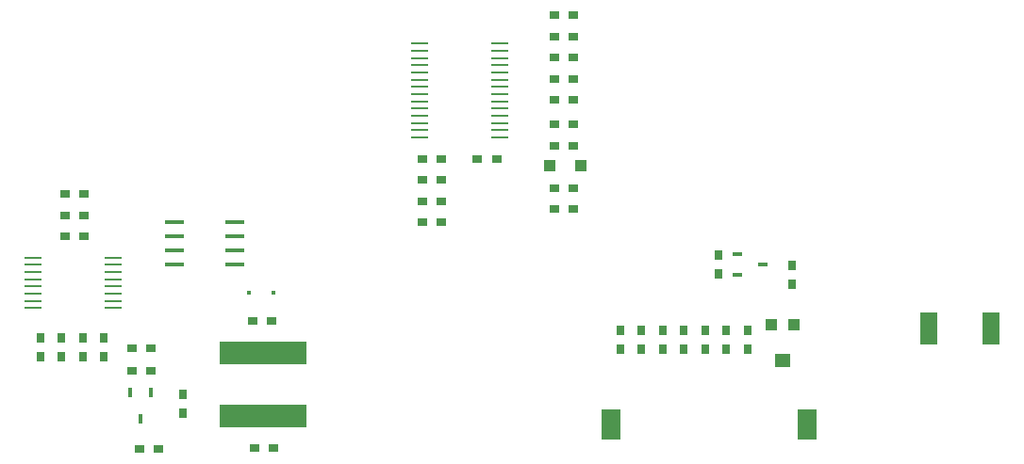
<source format=gtp>
G04 DipTrace 2.3.1.0*
%INreloadpro_TopPaste.gtp*%
%MOIN*%
%ADD29R,0.0709X0.0157*%
%ADD65R,0.0551X0.0512*%
%ADD67R,0.0394X0.0394*%
%ADD74R,0.0709X0.1102*%
%ADD76R,0.0039X0.0413*%
%ADD78R,0.063X0.1181*%
%ADD80R,0.0335X0.0177*%
%ADD84R,0.0177X0.0335*%
%ADD86R,0.3071X0.0787*%
%ADD94R,0.063X0.0079*%
%ADD96R,0.0157X0.0157*%
%ADD98R,0.0354X0.0315*%
%ADD100R,0.0315X0.0354*%
%FSLAX44Y44*%
G04*
G70*
G90*
G75*
G01*
%LNTopPaste*%
%LPD*%
D100*
X7437Y17437D3*
Y18106D3*
X6687Y17437D3*
Y18106D3*
D98*
X6812Y23187D3*
X7481D3*
X6812Y22437D3*
X7481D3*
X6812Y21687D3*
X7481D3*
D100*
X10965Y16083D3*
Y15414D3*
D98*
X9449Y14173D3*
X10118D3*
X14107Y18687D3*
X13437D3*
X19437Y24437D3*
X20106D3*
X19437Y23687D3*
X20106D3*
X19437Y22937D3*
X20106D3*
X19437Y22187D3*
X20106D3*
X14187Y14187D3*
X13518D3*
X22062Y24437D3*
X21393D3*
D100*
X26437Y17687D3*
Y18356D3*
X27187Y17687D3*
Y18356D3*
X27937Y17687D3*
Y18356D3*
X28687Y17687D3*
Y18356D3*
X29437Y17687D3*
Y18356D3*
X30187Y17687D3*
Y18356D3*
X30937Y17687D3*
Y18356D3*
D96*
X14187Y19687D3*
X13321D3*
D94*
X5687Y20937D3*
Y20681D3*
Y20425D3*
Y20169D3*
Y19913D3*
Y19657D3*
Y19402D3*
Y19146D3*
X8522D3*
Y19402D3*
Y19657D3*
Y19913D3*
Y20169D3*
Y20425D3*
Y20681D3*
Y20937D3*
D29*
X10687Y22187D3*
Y21687D3*
Y21187D3*
Y20687D3*
X12813D3*
Y21187D3*
Y21687D3*
Y22187D3*
D86*
X13815Y15315D3*
Y17559D3*
D84*
X9843Y16142D3*
X9094D3*
X9469Y15236D3*
D80*
X30562Y21062D3*
Y20314D3*
X31468Y20688D3*
D100*
X5937Y17437D3*
Y18106D3*
X8187Y17437D3*
Y18106D3*
D98*
X9843Y17717D3*
X9173D3*
X9843Y16929D3*
X9173D3*
D78*
X39539Y18414D3*
X37335D3*
D98*
X24772Y26522D3*
X24102D3*
Y25647D3*
X24772D3*
Y24897D3*
X24102D3*
X24772Y29522D3*
X24102D3*
X24772Y28022D3*
X24102D3*
D100*
X32522Y20647D3*
Y19977D3*
D98*
X24102Y22647D3*
X24772D3*
D94*
X22187Y25187D3*
Y25443D3*
Y25699D3*
Y25955D3*
Y26211D3*
Y26467D3*
Y26722D3*
Y26978D3*
Y27234D3*
Y27490D3*
Y27746D3*
Y28002D3*
Y28258D3*
Y28514D3*
X19352D3*
Y28258D3*
Y28002D3*
Y27746D3*
Y27490D3*
Y27234D3*
Y26978D3*
Y26722D3*
Y26467D3*
Y26211D3*
Y25955D3*
Y25699D3*
Y25443D3*
Y25187D3*
D76*
X32437Y15937D3*
X32240D3*
X32043D3*
X31846D3*
X31650D3*
X31453D3*
X31256D3*
X31059D3*
X30862D3*
X30665D3*
X30469D3*
X30272D3*
X30075D3*
X29878D3*
X29681D3*
X29484D3*
X29287D3*
X29091D3*
X28894D3*
X28697D3*
X28500D3*
X28303D3*
X28106D3*
X27909D3*
X27713D3*
X27516D3*
X27319D3*
X27122D3*
X26925D3*
X26728D3*
D74*
X33043Y15022D3*
X26122D3*
D67*
X32562Y18562D3*
D65*
X32168Y17294D3*
D67*
X31775Y18562D3*
D98*
X24102Y28772D3*
X24771D3*
X24102Y27272D3*
X24771D3*
X24772Y23397D3*
X24103D3*
D100*
X29897Y20352D3*
Y21022D3*
D67*
X23937Y24187D3*
X25039D3*
M02*

</source>
